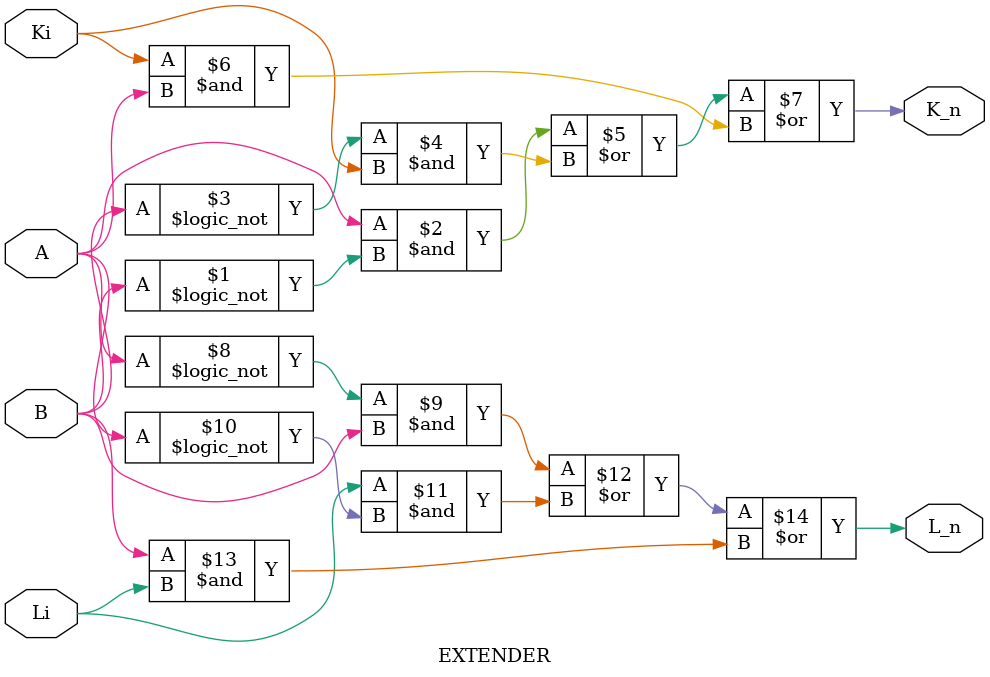
<source format=v>
module EXTENDER (   input Ki,Li, // Creacion del Bloque EXTENDER y sus entradas y salidas
				   input A,B,
				   output K_n,L_n );

 assign K_n = ((A & !B ) | (!B & Ki) | (Ki & (A)) ); //funcion logica para la salida final K de cada bloque EXTENDER

 assign L_n = ((!A & B ) | (Li & !A) | (B & (Li)) ); //funcion logica para la salida final L de cada bloque EXTENDER

endmodule

</source>
